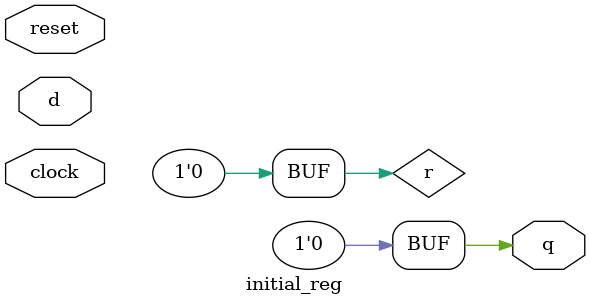
<source format=v>
/* Generated by Yosys 0.16+41 (git sha1 29c0a5958, clang 11.0.1-2 -fPIC -Os) */

(* src = "examples/initial.v:1.1-27.10" *)
module initial_reg(clock, reset, d, q);
  (* src = "examples/initial.v:2.8-2.13" *)
  input clock;
  wire clock;
  (* src = "examples/initial.v:4.8-4.9" *)
  input d;
  wire d;
  (* src = "examples/initial.v:5.9-5.10" *)
  output q;
  wire q;
  (* src = "examples/initial.v:8.6-8.7" *)
  wire r;
  (* src = "examples/initial.v:3.8-3.13" *)
  input reset;
  wire reset;
  assign q = 1'h0;
  assign r = 1'h0;
endmodule

</source>
